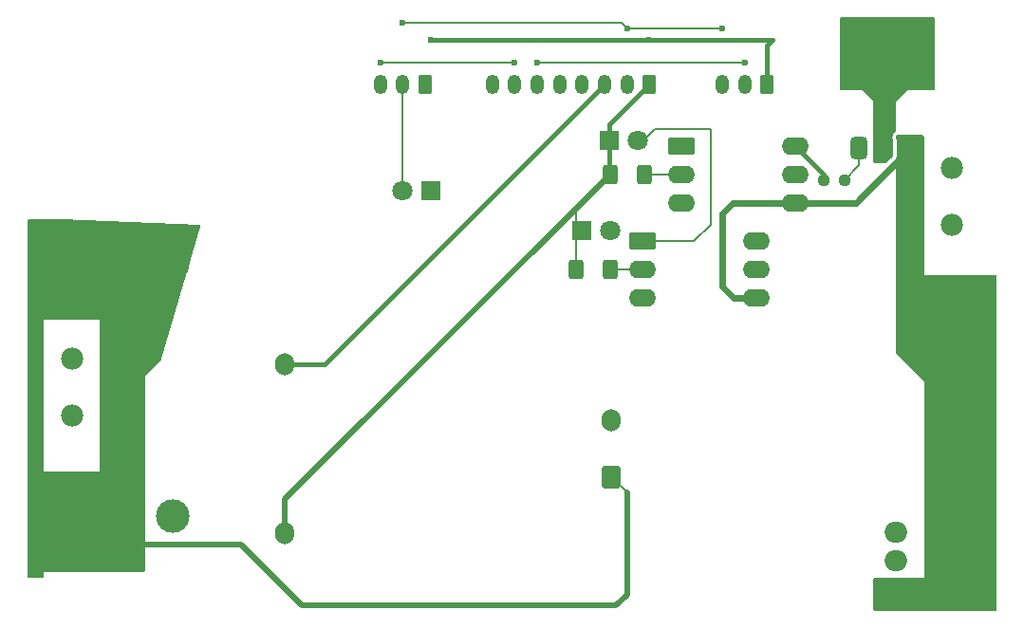
<source format=gbr>
%TF.GenerationSoftware,KiCad,Pcbnew,9.0.7*%
%TF.CreationDate,2026-01-20T13:18:06+01:00*%
%TF.ProjectId,OpenBrewer,4f70656e-4272-4657-9765-722e6b696361,rev?*%
%TF.SameCoordinates,Original*%
%TF.FileFunction,Copper,L2,Bot*%
%TF.FilePolarity,Positive*%
%FSLAX46Y46*%
G04 Gerber Fmt 4.6, Leading zero omitted, Abs format (unit mm)*
G04 Created by KiCad (PCBNEW 9.0.7) date 2026-01-20 13:18:06*
%MOMM*%
%LPD*%
G01*
G04 APERTURE LIST*
G04 Aperture macros list*
%AMRoundRect*
0 Rectangle with rounded corners*
0 $1 Rounding radius*
0 $2 $3 $4 $5 $6 $7 $8 $9 X,Y pos of 4 corners*
0 Add a 4 corners polygon primitive as box body*
4,1,4,$2,$3,$4,$5,$6,$7,$8,$9,$2,$3,0*
0 Add four circle primitives for the rounded corners*
1,1,$1+$1,$2,$3*
1,1,$1+$1,$4,$5*
1,1,$1+$1,$6,$7*
1,1,$1+$1,$8,$9*
0 Add four rect primitives between the rounded corners*
20,1,$1+$1,$2,$3,$4,$5,0*
20,1,$1+$1,$4,$5,$6,$7,0*
20,1,$1+$1,$6,$7,$8,$9,0*
20,1,$1+$1,$8,$9,$2,$3,0*%
G04 Aperture macros list end*
%TA.AperFunction,ComponentPad*%
%ADD10C,1.980000*%
%TD*%
%TA.AperFunction,ComponentPad*%
%ADD11R,1.800000X1.800000*%
%TD*%
%TA.AperFunction,ComponentPad*%
%ADD12C,1.800000*%
%TD*%
%TA.AperFunction,ComponentPad*%
%ADD13C,3.000000*%
%TD*%
%TA.AperFunction,ComponentPad*%
%ADD14RoundRect,0.250000X0.350000X0.625000X-0.350000X0.625000X-0.350000X-0.625000X0.350000X-0.625000X0*%
%TD*%
%TA.AperFunction,ComponentPad*%
%ADD15O,1.200000X1.750000*%
%TD*%
%TA.AperFunction,ComponentPad*%
%ADD16RoundRect,0.250000X0.600000X0.750000X-0.600000X0.750000X-0.600000X-0.750000X0.600000X-0.750000X0*%
%TD*%
%TA.AperFunction,ComponentPad*%
%ADD17O,1.700000X2.000000*%
%TD*%
%TA.AperFunction,ComponentPad*%
%ADD18R,2.000000X1.905000*%
%TD*%
%TA.AperFunction,ComponentPad*%
%ADD19O,2.000000X1.905000*%
%TD*%
%TA.AperFunction,ComponentPad*%
%ADD20RoundRect,0.250000X-0.950000X-0.550000X0.950000X-0.550000X0.950000X0.550000X-0.950000X0.550000X0*%
%TD*%
%TA.AperFunction,ComponentPad*%
%ADD21O,2.400000X1.600000*%
%TD*%
%TA.AperFunction,SMDPad,CuDef*%
%ADD22RoundRect,0.237500X-0.250000X-0.237500X0.250000X-0.237500X0.250000X0.237500X-0.250000X0.237500X0*%
%TD*%
%TA.AperFunction,SMDPad,CuDef*%
%ADD23RoundRect,0.250000X-0.400000X-0.625000X0.400000X-0.625000X0.400000X0.625000X-0.400000X0.625000X0*%
%TD*%
%TA.AperFunction,SMDPad,CuDef*%
%ADD24RoundRect,0.375000X0.375000X-0.625000X0.375000X0.625000X-0.375000X0.625000X-0.375000X-0.625000X0*%
%TD*%
%TA.AperFunction,SMDPad,CuDef*%
%ADD25RoundRect,0.500000X1.400000X-0.500000X1.400000X0.500000X-1.400000X0.500000X-1.400000X-0.500000X0*%
%TD*%
%TA.AperFunction,ViaPad*%
%ADD26C,0.600000*%
%TD*%
%TA.AperFunction,Conductor*%
%ADD27C,0.400000*%
%TD*%
%TA.AperFunction,Conductor*%
%ADD28C,0.500000*%
%TD*%
%TA.AperFunction,Conductor*%
%ADD29C,0.200000*%
%TD*%
%TA.AperFunction,Conductor*%
%ADD30C,0.600000*%
%TD*%
G04 APERTURE END LIST*
D10*
%TO.P,J4,1_1,1_1*%
%TO.N,Net-(PS1-AC{slash}N)*%
X193000000Y-83040000D03*
%TO.P,J4,1_2,1_2*%
X193000000Y-77960000D03*
%TD*%
D11*
%TO.P,D4,1,K*%
%TO.N,GND*%
X162460000Y-63000000D03*
D12*
%TO.P,D4,2,A*%
%TO.N,HEAT*%
X165000000Y-63000000D03*
%TD*%
D13*
%TO.P,F1,1*%
%TO.N,Net-(F1-Pad1)*%
X123500000Y-96500000D03*
%TO.P,F1,2*%
%TO.N,Net-(PS1-AC{slash}L)*%
X123500000Y-74000000D03*
%TD*%
D14*
%TO.P,J1,1,Pin_1*%
%TO.N,GND*%
X166000000Y-58000000D03*
D15*
%TO.P,J1,2,Pin_2*%
%TO.N,5V*%
X164000000Y-58000000D03*
%TO.P,J1,3,Pin_3*%
%TO.N,12V*%
X162000000Y-58000000D03*
%TO.P,J1,4,Pin_4*%
%TO.N,HEAT*%
X160000000Y-58000000D03*
%TO.P,J1,5,Pin_5*%
%TO.N,PUMP*%
X158000000Y-58000000D03*
%TO.P,J1,6,Pin_6*%
%TO.N,FLOW*%
X156000000Y-58000000D03*
%TO.P,J1,7,Pin_7*%
%TO.N,TEMP*%
X154000000Y-58000000D03*
%TO.P,J1,8,Pin_8*%
%TO.N,DEBUG-LED*%
X152000000Y-58000000D03*
%TD*%
D10*
%TO.P,J5,1_1,1_1*%
%TO.N,Net-(Q1-A2)*%
X193000000Y-70540000D03*
%TO.P,J5,1_2,1_2*%
X193000000Y-65460000D03*
%TD*%
D14*
%TO.P,J3,1,Pin_1*%
%TO.N,GND*%
X146000000Y-58000000D03*
D15*
%TO.P,J3,2,Pin_2*%
%TO.N,5V*%
X144000000Y-58000000D03*
%TO.P,J3,3,Pin_3*%
%TO.N,TEMP*%
X142000000Y-58000000D03*
%TD*%
D11*
%TO.P,D2,1,K*%
%TO.N,Net-(D2-K)*%
X146500000Y-67500000D03*
D12*
%TO.P,D2,2,A*%
%TO.N,5V*%
X143960000Y-67500000D03*
%TD*%
D11*
%TO.P,D3,1,K*%
%TO.N,GND*%
X159960000Y-71000000D03*
D12*
%TO.P,D3,2,A*%
%TO.N,PUMP*%
X162500000Y-71000000D03*
%TD*%
D10*
%TO.P,J8,1_1,1_1*%
%TO.N,Net-(F1-Pad1)*%
X114500000Y-87540000D03*
%TO.P,J8,1_2,1_2*%
X114500000Y-82460000D03*
%TD*%
D16*
%TO.P,PS1,1,AC/L*%
%TO.N,Net-(PS1-AC{slash}L)*%
X162580000Y-93000000D03*
D17*
%TO.P,PS1,2,AC/N*%
%TO.N,Net-(PS1-AC{slash}N)*%
X162580000Y-88000000D03*
%TO.P,PS1,3,-Vout*%
%TO.N,GND*%
X133500000Y-98000000D03*
%TO.P,PS1,4,+Vout*%
%TO.N,12V*%
X133500000Y-83000000D03*
%TD*%
D18*
%TO.P,Q1,1,A1*%
%TO.N,Net-(PS1-AC{slash}N)*%
X188000000Y-103040000D03*
D19*
%TO.P,Q1,2,A2*%
%TO.N,Net-(Q1-A2)*%
X188000000Y-100500000D03*
%TO.P,Q1,3,G*%
%TO.N,Net-(Q1-G)*%
X188000000Y-97960000D03*
%TD*%
D10*
%TO.P,J7,1_1,1_1*%
%TO.N,Net-(PS1-AC{slash}L)*%
X114500000Y-76540000D03*
%TO.P,J7,1_2,1_2*%
X114500000Y-71460000D03*
%TD*%
%TO.P,J6,1_1,1_1*%
%TO.N,Net-(Q2-A2)*%
X189540000Y-54000000D03*
%TO.P,J6,1_2,1_2*%
X184460000Y-54000000D03*
%TD*%
D14*
%TO.P,J2,1,Pin_1*%
%TO.N,GND*%
X176500000Y-58000000D03*
D15*
%TO.P,J2,2,Pin_2*%
%TO.N,FLOW*%
X174500000Y-58000000D03*
%TO.P,J2,3,Pin_3*%
%TO.N,5V*%
X172500000Y-58000000D03*
%TD*%
D20*
%TO.P,U1,1*%
%TO.N,HEAT*%
X165425000Y-71960000D03*
D21*
%TO.P,U1,2*%
%TO.N,Net-(R1-Pad2)*%
X165425000Y-74500000D03*
%TO.P,U1,3,NC*%
%TO.N,unconnected-(U1-NC-Pad3)*%
X165425000Y-77040000D03*
%TO.P,U1,4*%
%TO.N,Net-(PS1-AC{slash}N)*%
X175585000Y-77040000D03*
%TO.P,U1,5,NC*%
%TO.N,unconnected-(U1-NC-Pad5)*%
X175585000Y-74500000D03*
%TO.P,U1,6*%
%TO.N,Net-(R4-Pad1)*%
X175585000Y-71960000D03*
%TD*%
D10*
%TO.P,J9,1_1,1_1*%
%TO.N,Net-(PS1-AC{slash}L)*%
X114500000Y-93960000D03*
%TO.P,J9,1_2,1_2*%
X114500000Y-99040000D03*
%TD*%
D20*
%TO.P,U2,1*%
%TO.N,PUMP*%
X168840000Y-63460000D03*
D21*
%TO.P,U2,2*%
%TO.N,Net-(R3-Pad2)*%
X168840000Y-66000000D03*
%TO.P,U2,3,NC*%
%TO.N,unconnected-(U2-NC-Pad3)*%
X168840000Y-68540000D03*
%TO.P,U2,4*%
%TO.N,Net-(PS1-AC{slash}N)*%
X179000000Y-68540000D03*
%TO.P,U2,5,NC*%
%TO.N,unconnected-(U2-NC-Pad5)*%
X179000000Y-66000000D03*
%TO.P,U2,6*%
%TO.N,Net-(R2-Pad1)*%
X179000000Y-63460000D03*
%TD*%
D22*
%TO.P,R2,1*%
%TO.N,Net-(R2-Pad1)*%
X181587500Y-66500000D03*
%TO.P,R2,2*%
%TO.N,Net-(Q2-G)*%
X183412500Y-66500000D03*
%TD*%
D23*
%TO.P,R3,1*%
%TO.N,GND*%
X162500000Y-66000000D03*
%TO.P,R3,2*%
%TO.N,Net-(R3-Pad2)*%
X165600000Y-66000000D03*
%TD*%
D24*
%TO.P,Q2,1,A1*%
%TO.N,Net-(PS1-AC{slash}N)*%
X189300000Y-63650000D03*
%TO.P,Q2,2,A2*%
%TO.N,Net-(Q2-A2)*%
X187000000Y-63650000D03*
%TO.P,Q2,3,G*%
%TO.N,Net-(Q2-G)*%
X184700000Y-63650000D03*
D25*
%TO.P,Q2,4,A4*%
%TO.N,Net-(Q2-A2)*%
X187000000Y-57350000D03*
%TD*%
D23*
%TO.P,R1,1*%
%TO.N,GND*%
X159450000Y-74500000D03*
%TO.P,R1,2*%
%TO.N,Net-(R1-Pad2)*%
X162550000Y-74500000D03*
%TD*%
D26*
%TO.N,GND*%
X146500000Y-54000000D03*
X166000000Y-54000000D03*
%TO.N,TEMP*%
X142000000Y-56000000D03*
X154000000Y-56000000D03*
%TO.N,FLOW*%
X156000000Y-56000000D03*
X174500000Y-56000000D03*
%TO.N,5V*%
X164000000Y-53000000D03*
X172500000Y-53000000D03*
X144000000Y-52500000D03*
%TO.N,Net-(PS1-AC{slash}N)*%
X195500000Y-102500000D03*
X192500000Y-104000000D03*
X191000000Y-104000000D03*
X194000000Y-104000000D03*
X195500000Y-104000000D03*
X192500000Y-102500000D03*
X194000000Y-102500000D03*
X191000000Y-102500000D03*
%TD*%
D27*
%TO.N,12V*%
X162000000Y-58000000D02*
X137000000Y-83000000D01*
X137000000Y-83000000D02*
X133500000Y-83000000D01*
%TO.N,GND*%
X159960000Y-71000000D02*
X159450000Y-70490000D01*
D28*
X133500000Y-95000000D02*
X133500000Y-98000000D01*
D27*
X162460000Y-63000000D02*
X162460000Y-65960000D01*
X162460000Y-61540000D02*
X162460000Y-63000000D01*
D29*
X159450000Y-71000000D02*
X159450000Y-70490000D01*
D27*
X176500000Y-58000000D02*
X176500000Y-54500000D01*
X177000000Y-54000000D02*
X146500000Y-54000000D01*
D29*
X159450000Y-74500000D02*
X159450000Y-71000000D01*
D27*
X176500000Y-54500000D02*
X177000000Y-54000000D01*
X162500000Y-66000000D02*
X159450000Y-69050000D01*
D29*
X159960000Y-71000000D02*
X159450000Y-71000000D01*
D27*
X162460000Y-65960000D02*
X162500000Y-66000000D01*
X166000000Y-58000000D02*
X162460000Y-61540000D01*
D28*
X162500000Y-66000000D02*
X133500000Y-95000000D01*
D29*
X159450000Y-70490000D02*
X159450000Y-69050000D01*
%TO.N,HEAT*%
X169960000Y-71960000D02*
X165425000Y-71960000D01*
X171500000Y-70500000D02*
X170000000Y-72000000D01*
X165500000Y-63000000D02*
X166500000Y-62000000D01*
X165000000Y-63000000D02*
X165500000Y-63000000D01*
X165000000Y-63000000D02*
X165000000Y-63500000D01*
X170000000Y-72000000D02*
X169960000Y-71960000D01*
X166500000Y-62000000D02*
X171500000Y-62000000D01*
X171500000Y-62000000D02*
X171500000Y-70500000D01*
%TO.N,TEMP*%
X142000000Y-56000000D02*
X154000000Y-56000000D01*
%TO.N,FLOW*%
X156000000Y-56000000D02*
X174500000Y-56000000D01*
%TO.N,5V*%
X164000000Y-53000000D02*
X172500000Y-53000000D01*
X143960000Y-67500000D02*
X143960000Y-58040000D01*
X144000000Y-52500000D02*
X163500000Y-52500000D01*
X143960000Y-58040000D02*
X144000000Y-58000000D01*
X163500000Y-52500000D02*
X164000000Y-53000000D01*
D27*
%TO.N,Net-(R2-Pad1)*%
X181587500Y-66047500D02*
X179000000Y-63460000D01*
X181587500Y-66500000D02*
X181587500Y-66047500D01*
D29*
%TO.N,Net-(Q2-G)*%
X184700000Y-65212500D02*
X183412500Y-66500000D01*
X184700000Y-63650000D02*
X184700000Y-65212500D01*
X184550000Y-63500000D02*
X184700000Y-63650000D01*
%TO.N,Net-(R3-Pad2)*%
X165600000Y-66000000D02*
X168840000Y-66000000D01*
%TO.N,Net-(R1-Pad2)*%
X162550000Y-74500000D02*
X165425000Y-74500000D01*
D30*
%TO.N,Net-(PS1-AC{slash}N)*%
X175585000Y-77040000D02*
X173540000Y-77040000D01*
X172500000Y-69500000D02*
X173460000Y-68540000D01*
X179000000Y-68540000D02*
X184410000Y-68540000D01*
X173540000Y-77040000D02*
X172500000Y-76000000D01*
X173460000Y-68540000D02*
X179000000Y-68540000D01*
X172500000Y-76000000D02*
X172500000Y-69500000D01*
X184410000Y-68540000D02*
X189300000Y-63650000D01*
D28*
%TO.N,Net-(PS1-AC{slash}L)*%
X114500000Y-99040000D02*
X129540000Y-99040000D01*
D29*
X164000000Y-94420000D02*
X162580000Y-93000000D01*
D28*
X164000000Y-103500000D02*
X164000000Y-94420000D01*
X129540000Y-99040000D02*
X135000000Y-104500000D01*
X135000000Y-104500000D02*
X163000000Y-104500000D01*
X163000000Y-104500000D02*
X164000000Y-103500000D01*
%TD*%
%TA.AperFunction,Conductor*%
%TO.N,Net-(Q2-A2)*%
G36*
X191442539Y-52020185D02*
G01*
X191488294Y-52072989D01*
X191499500Y-52124500D01*
X191499500Y-57070186D01*
X191500000Y-57077816D01*
X191500000Y-58376000D01*
X191480315Y-58443039D01*
X191427511Y-58488794D01*
X191376000Y-58500000D01*
X188999999Y-58500000D01*
X188000000Y-59499999D01*
X188000000Y-62134586D01*
X187980315Y-62201625D01*
X187938601Y-62241624D01*
X187872429Y-62280325D01*
X187872428Y-62280326D01*
X187819623Y-62326081D01*
X187819612Y-62326091D01*
X187777451Y-62370807D01*
X187777445Y-62370816D01*
X187726560Y-62470890D01*
X187706877Y-62537921D01*
X187694500Y-62624002D01*
X187694500Y-62741260D01*
X187697610Y-62784738D01*
X187702635Y-62819688D01*
X187705665Y-62837151D01*
X187706653Y-62840603D01*
X187708124Y-62844809D01*
X187709185Y-62848403D01*
X187713948Y-62869037D01*
X187739352Y-62950561D01*
X187739625Y-62951486D01*
X187739626Y-62952418D01*
X187744190Y-62975349D01*
X187744488Y-62978619D01*
X187745000Y-62989873D01*
X187745000Y-64304402D01*
X187725315Y-64371441D01*
X187708681Y-64392083D01*
X187137083Y-64963681D01*
X187075760Y-64997166D01*
X187049402Y-65000000D01*
X186124000Y-65000000D01*
X186056961Y-64980315D01*
X186011206Y-64927511D01*
X186000000Y-64876000D01*
X186000000Y-59500000D01*
X185000000Y-58500000D01*
X183124000Y-58500000D01*
X183056961Y-58480315D01*
X183011206Y-58427511D01*
X183000000Y-58376000D01*
X183000000Y-52124500D01*
X183019685Y-52057461D01*
X183072489Y-52011706D01*
X183124000Y-52000500D01*
X191375500Y-52000500D01*
X191442539Y-52020185D01*
G37*
%TD.AperFunction*%
%TD*%
%TA.AperFunction,Conductor*%
%TO.N,Net-(PS1-AC{slash}L)*%
G36*
X113515677Y-70019685D02*
G01*
X113536319Y-70036319D01*
X113538461Y-70038461D01*
X125840998Y-70494111D01*
X125907263Y-70516263D01*
X125951033Y-70570725D01*
X125958410Y-70640204D01*
X125955449Y-70652746D01*
X122508894Y-82469503D01*
X122477535Y-82522464D01*
X121000000Y-83999999D01*
X121000000Y-101376000D01*
X120980315Y-101443039D01*
X120927511Y-101488794D01*
X120876000Y-101500000D01*
X112000000Y-101500000D01*
X112000000Y-101875500D01*
X111980315Y-101942539D01*
X111927511Y-101988294D01*
X111876000Y-101999500D01*
X110624500Y-101999500D01*
X110557461Y-101979815D01*
X110511706Y-101927011D01*
X110500500Y-101875500D01*
X110500500Y-92500000D01*
X112000000Y-92500000D01*
X117000000Y-92500000D01*
X117000000Y-79000000D01*
X112000000Y-79000000D01*
X112000000Y-92500000D01*
X110500500Y-92500000D01*
X110500500Y-70124000D01*
X110520185Y-70056961D01*
X110572989Y-70011206D01*
X110624500Y-70000000D01*
X113448638Y-70000000D01*
X113515677Y-70019685D01*
G37*
%TD.AperFunction*%
%TD*%
%TA.AperFunction,Conductor*%
%TO.N,Net-(PS1-AC{slash}N)*%
G36*
X190443039Y-62519685D02*
G01*
X190488794Y-62572489D01*
X190500000Y-62624000D01*
X190500000Y-75000000D01*
X196875500Y-75000000D01*
X196942539Y-75019685D01*
X196988294Y-75072489D01*
X196999500Y-75124000D01*
X196999500Y-104875500D01*
X196979815Y-104942539D01*
X196927011Y-104988294D01*
X196875500Y-104999500D01*
X186124500Y-104999500D01*
X186057461Y-104979815D01*
X186011706Y-104927011D01*
X186000500Y-104875500D01*
X186000500Y-102124000D01*
X186020185Y-102056961D01*
X186072989Y-102011206D01*
X186124500Y-102000000D01*
X190500000Y-102000000D01*
X190500000Y-84500000D01*
X188036319Y-82036319D01*
X188002834Y-81974996D01*
X188000000Y-81948638D01*
X188000000Y-64558739D01*
X188005615Y-64521848D01*
X188020007Y-64475662D01*
X188044315Y-64397657D01*
X188050500Y-64329594D01*
X188050500Y-62970406D01*
X188044315Y-62902343D01*
X188005615Y-62778150D01*
X188005408Y-62776795D01*
X188005023Y-62776195D01*
X188000000Y-62741260D01*
X188000000Y-62624000D01*
X188019685Y-62556961D01*
X188072489Y-62511206D01*
X188124000Y-62500000D01*
X190376000Y-62500000D01*
X190443039Y-62519685D01*
G37*
%TD.AperFunction*%
%TD*%
M02*

</source>
